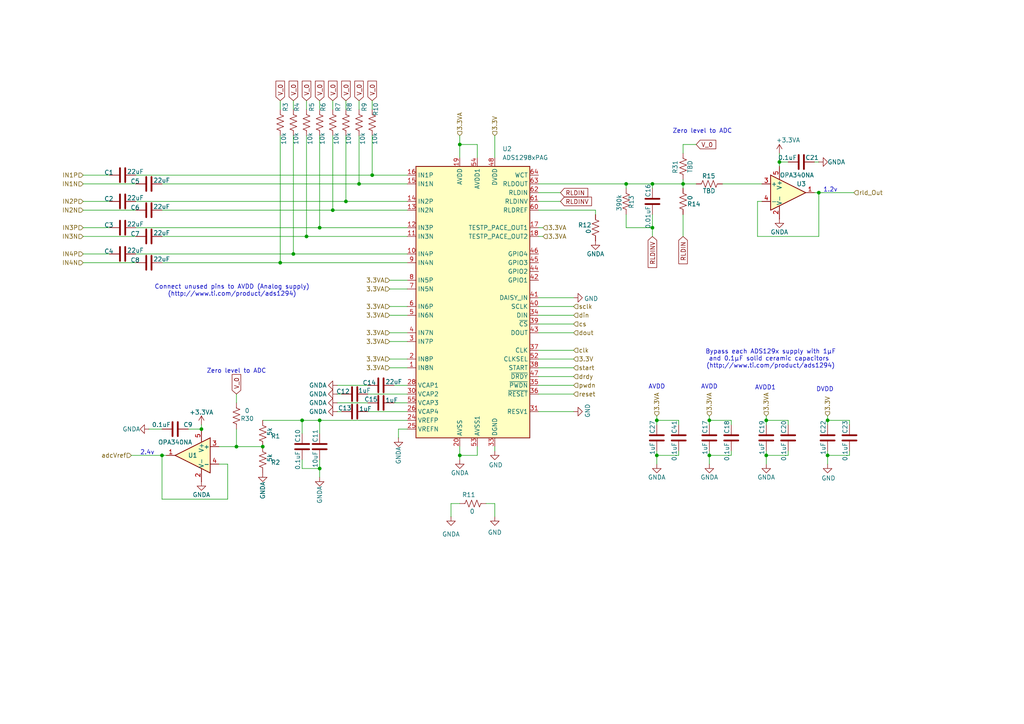
<source format=kicad_sch>
(kicad_sch (version 20250114) (generator "eeschema") (generator_version "9.0")
  (paper "A4")
  (title_block (title "8 channel ADC") (date "2024-10-17"))
  (lib_symbols
    (symbol "Amplifier_Operational:OPA340NA" (pin_names (offset 0.127))
      (property "Reference" "U" (at -1.27 6.35 0))
      (property "Value" "OPA340NA" (at -1.27 3.81 0))
      (symbol "OPA340NA_0_1"
        (polyline (pts (xy -5.08 5.08) (xy 5.08 0) (xy -5.08 -5.08) (xy -5.08 5.08)) (stroke (width 0.254)) (fill (type background)))
        (pin power_in line (at -2.54 7.62 270) (length 3.81) (name "V+") (number "5"))
        (pin power_in line (at -2.54 -7.62 90) (length 3.81) (name "V-") (number "2"))
      )
      (symbol "OPA340NA_1_1"
        (pin input line (at -7.62 2.54 0) (length 2.54) (name "+") (number "3"))
        (pin input line (at -7.62 -2.54 0) (length 2.54) (name "-") (number "4"))
        (pin output line (at 7.62 0 180) (length 2.54) (name "~") (number "1"))
      )
    )
    (symbol "Analog_ADC:ADS1298xPAG"
      (property "Reference" "U" (at -16.51 44.45 0))
      (property "Value" "ADS1298xPAG" (at 6.35 44.45 0))
      (symbol "ADS1298xPAG_0_1"
        (rectangle (start -17.78 43.18) (end 15.24 -35.56) (stroke (width 0.254)) (fill (type background)))
      )
      (symbol "ADS1298xPAG_1_1"
        (pin input line (at -20.32 40.64 0) (length 2.54) (name "IN1P") (number "16"))
        (pin input line (at -20.32 38.1 0) (length 2.54) (name "IN1N") (number "15"))
        (pin input line (at -20.32 33.02 0) (length 2.54) (name "IN2P") (number "14"))
        (pin input line (at -20.32 30.48 0) (length 2.54) (name "IN2N") (number "13"))
        (pin input line (at -20.32 25.4 0) (length 2.54) (name "IN3P") (number "12"))
        (pin input line (at -20.32 22.86 0) (length 2.54) (name "IN3N") (number "11"))
        (pin input line (at -20.32 17.78 0) (length 2.54) (name "IN4P") (number "10"))
        (pin input line (at -20.32 15.24 0) (length 2.54) (name "IN4N") (number "9"))
        (pin input line (at -20.32 10.16 0) (length 2.54) (name "IN5P") (number "8"))
        (pin input line (at -20.32 7.62 0) (length 2.54) (name "IN5N") (number "7"))
        (pin input line (at -20.32 2.54 0) (length 2.54) (name "IN6P") (number "6"))
        (pin input line (at -20.32 0 0) (length 2.54) (name "IN6N") (number "5"))
        (pin input line (at -20.32 -5.08 0) (length 2.54) (name "IN7N") (number "4"))
        (pin input line (at -20.32 -7.62 0) (length 2.54) (name "IN7P") (number "3"))
        (pin input line (at -20.32 -12.7 0) (length 2.54) (name "IN8P") (number "2"))
        (pin input line (at -20.32 -15.24 0) (length 2.54) (name "IN8N") (number "1"))
        (pin passive line (at -20.32 -20.32 0) (length 2.54) (name "VCAP1") (number "28"))
        (pin passive line (at -20.32 -22.86 0) (length 2.54) (name "VCAP2") (number "30"))
        (pin passive line (at -20.32 -25.4 0) (length 2.54) (name "VCAP3") (number "55"))
        (pin passive line (at -20.32 -27.94 0) (length 2.54) (name "VCAP4") (number "26"))
        (pin passive line (at -20.32 -30.48 0) (length 2.54) (name "VREFP") (number "24"))
        (pin passive line (at -20.32 -33.02 0) (length 2.54) (name "VREFN") (number "25"))
        (pin power_in line (at -5.08 45.72 270) (length 2.54) (name "AVDD") (number "19"))
        (pin passive line (at -5.08 45.72 270) (length 2.54) (hide yes) (name "AVDD") (number "21"))
        (pin passive line (at -5.08 45.72 270) (length 2.54) (hide yes) (name "AVDD") (number "22"))
        (pin passive line (at -5.08 45.72 270) (length 2.54) (hide yes) (name "AVDD") (number "56"))
        (pin passive line (at -5.08 45.72 270) (length 2.54) (hide yes) (name "AVDD") (number "59"))
        (pin power_in line (at -5.08 -38.1 90) (length 2.54) (name "AVSS") (number "20"))
        (pin passive line (at -5.08 -38.1 90) (length 2.54) (hide yes) (name "AVSS") (number "23"))
        (pin passive line (at -5.08 -38.1 90) (length 2.54) (hide yes) (name "AVSS") (number "32"))
        (pin passive line (at -5.08 -38.1 90) (length 2.54) (hide yes) (name "AVSS") (number "57"))
        (pin passive line (at -5.08 -38.1 90) (length 2.54) (hide yes) (name "AVSS") (number "58"))
        (pin power_in line (at 0 45.72 270) (length 2.54) (name "AVDD1") (number "54"))
        (pin power_in line (at 0 -38.1 90) (length 2.54) (name "AVSS1") (number "53"))
        (pin power_in line (at 5.08 45.72 270) (length 2.54) (name "DVDD") (number "48"))
        (pin passive line (at 5.08 45.72 270) (length 2.54) (hide yes) (name "DVDD") (number "50"))
        (pin power_in line (at 5.08 -38.1 90) (length 2.54) (name "DGND") (number "33"))
        (pin passive line (at 5.08 -38.1 90) (length 2.54) (hide yes) (name "DGND") (number "49"))
        (pin passive line (at 5.08 -38.1 90) (length 2.54) (hide yes) (name "DGND") (number "51"))
        (pin no_connect line (at 15.24 -30.48 180) (length 2.54) (hide yes) (name "NC") (number "27"))
        (pin no_connect line (at 15.24 -33.02 180) (length 2.54) (hide yes) (name "NC") (number "29"))
        (pin output line (at 17.78 40.64 180) (length 2.54) (name "WCT") (number "64"))
        (pin output line (at 17.78 38.1 180) (length 2.54) (name "RLDOUT") (number "63"))
        (pin input line (at 17.78 35.56 180) (length 2.54) (name "RLDIN") (number "62"))
        (pin input line (at 17.78 33.02 180) (length 2.54) (name "RLDINV") (number "61"))
        (pin input line (at 17.78 30.48 180) (length 2.54) (name "RLDREF") (number "60"))
        (pin bidirectional line (at 17.78 25.4 180) (length 2.54) (name "TESTP_PACE_OUT1") (number "17"))
        (pin bidirectional line (at 17.78 22.86 180) (length 2.54) (name "TESTP_PACE_OUT2") (number "18"))
        (pin bidirectional line (at 17.78 17.78 180) (length 2.54) (name "GPIO4") (number "46"))
        (pin bidirectional line (at 17.78 15.24 180) (length 2.54) (name "GPIO3") (number "45"))
        (pin bidirectional line (at 17.78 12.7 180) (length 2.54) (name "GPIO2") (number "44"))
        (pin bidirectional line (at 17.78 10.16 180) (length 2.54) (name "GPIO1") (number "42"))
        (pin input line (at 17.78 5.08 180) (length 2.54) (name "DAISY_IN") (number "41"))
        (pin input line (at 17.78 2.54 180) (length 2.54) (name "SCLK") (number "40"))
        (pin input line (at 17.78 0 180) (length 2.54) (name "DIN") (number "34"))
        (pin input line (at 17.78 -2.54 180) (length 2.54) (name "~{CS}") (number "39"))
        (pin output line (at 17.78 -5.08 180) (length 2.54) (name "DOUT") (number "43"))
        (pin bidirectional line (at 17.78 -10.16 180) (length 2.54) (name "CLK") (number "37"))
        (pin input line (at 17.78 -12.7 180) (length 2.54) (name "CLKSEL") (number "52"))
        (pin input line (at 17.78 -15.24 180) (length 2.54) (name "START") (number "38"))
        (pin output line (at 17.78 -17.78 180) (length 2.54) (name "~{DRDY}") (number "47"))
        (pin input line (at 17.78 -20.32 180) (length 2.54) (name "~{PWDN}") (number "35"))
        (pin input line (at 17.78 -22.86 180) (length 2.54) (name "~{RESET}") (number "36"))
        (pin input line (at 17.78 -27.94 180) (length 2.54) (name "RESV1") (number "31"))
      )
    )
    (symbol "Device:C" (pin_numbers (hide yes)) (pin_names (offset 0.254))
      (property "Reference" "C" (at 0.635 2.54 0))
      (property "Value" "C" (at 0.635 -2.54 0))
      (symbol "C_0_1"
        (polyline (pts (xy -2.032 0.762) (xy 2.032 0.762)) (stroke (width 0.508)))
        (polyline (pts (xy -2.032 -0.762) (xy 2.032 -0.762)) (stroke (width 0.508)))
      )
      (symbol "C_1_1"
        (pin passive line (at 0 3.81 270) (length 2.794) (name "~") (number "1"))
        (pin passive line (at 0 -3.81 90) (length 2.794) (name "~") (number "2"))
      )
    )
    (symbol "Device:R_US" (pin_numbers (hide yes)) (pin_names (offset 0))
      (property "Reference" "R" (at 2.54 0 90))
      (property "Value" "R_US" (at -2.54 0 90))
      (symbol "R_US_0_1"
        (polyline (pts (xy 0 2.286) (xy 0 2.54)))
        (polyline (pts (xy 0 2.286) (xy 1.016 1.905) (xy 0 1.524) (xy -1.016 1.143) (xy 0 0.762)))
        (polyline (pts (xy 0 0.762) (xy 1.016 0.381) (xy 0 0) (xy -1.016 -0.381) (xy 0 -0.762)))
        (polyline (pts (xy 0 -0.762) (xy 1.016 -1.143) (xy 0 -1.524) (xy -1.016 -1.905) (xy 0 -2.286)))
        (polyline (pts (xy 0 -2.286) (xy 0 -2.54)))
      )
      (symbol "R_US_1_1"
        (pin passive line (at 0 3.81 270) (length 1.27) (name "~") (number "1"))
        (pin passive line (at 0 -3.81 90) (length 1.27) (name "~") (number "2"))
      )
    )
    (symbol "power:+3.3VA" (power) (pin_names (offset 0))
      (property "Value" "+3.3VA" (at 0 3.556 0))
      (symbol "+3.3VA_0_1"
        (polyline (pts (xy -0.762 1.27) (xy 0 2.54)))
        (polyline (pts (xy 0 2.54) (xy 0.762 1.27)))
        (polyline (pts (xy 0 0) (xy 0 2.54)))
      )
      (symbol "+3.3VA_1_1"
        (pin power_in line (at 0 0 90) (length 0) (hide yes) (name "+3.3VA") (number "1"))
      )
    )
    (symbol "power:GND" (power) (pin_names (offset 0))
      (property "Value" "GND" (at 0 -3.81 0))
      (symbol "GND_0_1"
        (polyline (pts (xy 0 0) (xy 0 -1.27) (xy 1.27 -1.27) (xy 0 -2.54) (xy -1.27 -1.27) (xy 0 -1.27)))
      )
      (symbol "GND_1_1"
        (pin power_in line (at 0 0 270) (length 0) (hide yes) (name "GND") (number "1"))
      )
    )
    (symbol "power:GNDA" (power) (pin_numbers (hide yes)) (pin_names (offset 0) (hide yes))
      (property "Value" "GNDA" (at 0 -3.81 0))
      (symbol "GNDA_0_1"
        (polyline (pts (xy 0 0) (xy 0 -1.27) (xy 1.27 -1.27) (xy 0 -2.54) (xy -1.27 -1.27) (xy 0 -1.27)))
      )
      (symbol "GNDA_1_1"
        (pin power_in line (at 0 0 270) (length 0) (name "~") (number "1"))
      )
    )
  )
  (text "Zero level to ADC\n" (at 203.708 38.1 0) (effects (font (size 1.27 1.27))))
  (text "DVDD" (at 239.268 113.03 0) (effects (font (size 1.27 1.27))))
  (text "Connect unused pins to AVDD (Analog supply)\n(http://www.ti.com/product/ads1294)" (at 67.31 84.328 0) (effects (font (size 1.27 1.27))))
  (text "AVDD" (at 190.5 112.268 0) (effects (font (size 1.27 1.27))))
  (text "2.4v" (at 40.64 132.08 0) (effects (font (size 1.27 1.27)) (justify left bottom)))
  (text "AVDD" (at 205.74 112.268 0) (effects (font (size 1.27 1.27))))
  (text "Zero level to ADC\n" (at 68.58 107.696 0) (effects (font (size 1.27 1.27))))
  (text "AVDD1\n" (at 221.996 112.522 0) (effects (font (size 1.27 1.27))))
  (text "Bypass each ADS129x supply with 1μF\nand 0.1μF solid ceramic capacitors \n(http://www.ti.com/product/ads1294)\n" (at 223.52 104.14 0) (effects (font (size 1.27 1.27))))
  (text "1.2v" (at 238.76 55.88 0) (effects (font (size 1.27 1.27)) (justify left bottom)))
  (junction (at 205.74 132.08))
  (junction (at 68.58 129.54))
  (junction (at 88.9 68.58))
  (junction (at 205.74 121.92))
  (junction (at 189.23 53.34))
  (junction (at 189.23 66.04))
  (junction (at 237.49 55.88))
  (junction (at 107.95 50.8))
  (junction (at 133.35 41.91))
  (junction (at 87.63 121.92))
  (junction (at 81.28 76.2))
  (junction (at 46.99 132.08))
  (junction (at 58.42 124.46))
  (junction (at 96.52 60.96))
  (junction (at 104.14 53.34))
  (junction (at 181.61 53.34))
  (junction (at 222.25 121.92))
  (junction (at 240.03 121.92))
  (junction (at 133.35 132.08))
  (junction (at 85.09 73.66))
  (junction (at 92.71 66.04))
  (junction (at 76.2 129.54))
  (junction (at 226.06 46.99))
  (junction (at 92.71 121.92))
  (junction (at 100.33 58.42))
  (junction (at 190.5 132.08))
  (junction (at 190.5 121.92))
  (junction (at 92.71 135.89))
  (junction (at 198.12 53.34))
  (junction (at 240.03 132.08))
  (junction (at 222.25 132.08))
  (wire (pts (xy 237.49 55.88) (xy 247.65 55.88)))
  (wire (pts (xy 68.58 124.46) (xy 68.58 129.54)))
  (wire (pts (xy 156.21 96.52) (xy 166.37 96.52)))
  (wire (pts (xy 198.12 53.34) (xy 198.12 54.61)))
  (wire (pts (xy 143.51 146.05) (xy 143.51 149.86)))
  (wire (pts (xy 87.63 135.89) (xy 92.71 135.89)))
  (wire (pts (xy 133.35 39.37) (xy 133.35 41.91)))
  (wire (pts (xy 222.25 130.81) (xy 222.25 132.08)))
  (wire (pts (xy 54.61 124.46) (xy 58.42 124.46)))
  (wire (pts (xy 156.21 60.96) (xy 172.72 60.96)))
  (wire (pts (xy 113.03 83.82) (xy 118.11 83.82)))
  (wire (pts (xy 133.35 41.91) (xy 133.35 45.72)))
  (wire (pts (xy 226.06 46.99) (xy 228.6 46.99)))
  (wire (pts (xy 181.61 66.04) (xy 181.61 62.23)))
  (wire (pts (xy 113.03 96.52) (xy 118.11 96.52)))
  (wire (pts (xy 92.71 66.04) (xy 118.11 66.04)))
  (wire (pts (xy 246.38 132.08) (xy 240.03 132.08)))
  (wire (pts (xy 156.21 88.9) (xy 166.37 88.9)))
  (wire (pts (xy 114.3 111.76) (xy 118.11 111.76)))
  (wire (pts (xy 212.09 132.08) (xy 205.74 132.08)))
  (wire (pts (xy 189.23 66.04) (xy 189.23 68.58)))
  (wire (pts (xy 85.09 39.37) (xy 85.09 73.66)))
  (wire (pts (xy 104.14 39.37) (xy 104.14 53.34)))
  (wire (pts (xy 63.5 134.62) (xy 66.04 134.62)))
  (wire (pts (xy 228.6 132.08) (xy 222.25 132.08)))
  (wire (pts (xy 236.22 55.88) (xy 237.49 55.88)))
  (wire (pts (xy 220.98 58.42) (xy 219.71 58.42)))
  (wire (pts (xy 189.23 53.34) (xy 198.12 53.34)))
  (wire (pts (xy 190.5 132.08) (xy 190.5 134.62)))
  (wire (pts (xy 228.6 121.92) (xy 222.25 121.92)))
  (wire (pts (xy 190.5 130.81) (xy 190.5 132.08)))
  (wire (pts (xy 189.23 62.23) (xy 189.23 66.04)))
  (wire (pts (xy 38.1 132.08) (xy 46.99 132.08)))
  (wire (pts (xy 92.71 135.89) (xy 92.71 133.35)))
  (wire (pts (xy 196.85 123.19) (xy 196.85 121.92)))
  (wire (pts (xy 156.21 66.04) (xy 157.48 66.04)))
  (wire (pts (xy 39.37 58.42) (xy 100.33 58.42)))
  (wire (pts (xy 100.33 39.37) (xy 100.33 58.42)))
  (wire (pts (xy 222.25 121.92) (xy 222.25 123.19)))
  (wire (pts (xy 104.14 53.34) (xy 118.11 53.34)))
  (wire (pts (xy 113.03 106.68) (xy 118.11 106.68)))
  (wire (pts (xy 205.74 132.08) (xy 205.74 134.62)))
  (wire (pts (xy 100.33 29.21) (xy 100.33 31.75)))
  (wire (pts (xy 85.09 29.21) (xy 85.09 31.75)))
  (wire (pts (xy 212.09 123.19) (xy 212.09 121.92)))
  (wire (pts (xy 43.18 124.46) (xy 46.99 124.46)))
  (wire (pts (xy 39.37 50.8) (xy 107.95 50.8)))
  (wire (pts (xy 107.95 29.21) (xy 107.95 31.75)))
  (wire (pts (xy 228.6 123.19) (xy 228.6 121.92)))
  (wire (pts (xy 46.99 132.08) (xy 48.26 132.08)))
  (wire (pts (xy 196.85 121.92) (xy 190.5 121.92)))
  (wire (pts (xy 212.09 121.92) (xy 205.74 121.92)))
  (wire (pts (xy 172.72 60.96) (xy 172.72 62.23)))
  (wire (pts (xy 205.74 120.65) (xy 205.74 121.92)))
  (wire (pts (xy 92.71 121.92) (xy 92.71 125.73)))
  (wire (pts (xy 46.99 76.2) (xy 81.28 76.2)))
  (wire (pts (xy 100.33 58.42) (xy 118.11 58.42)))
  (wire (pts (xy 222.25 120.65) (xy 222.25 121.92)))
  (wire (pts (xy 143.51 39.37) (xy 143.51 45.72)))
  (wire (pts (xy 24.13 68.58) (xy 39.37 68.58)))
  (wire (pts (xy 88.9 68.58) (xy 118.11 68.58)))
  (wire (pts (xy 133.35 146.05) (xy 130.81 146.05)))
  (wire (pts (xy 240.03 130.81) (xy 240.03 132.08)))
  (wire (pts (xy 63.5 129.54) (xy 68.58 129.54)))
  (wire (pts (xy 88.9 39.37) (xy 88.9 68.58)))
  (wire (pts (xy 181.61 53.34) (xy 189.23 53.34)))
  (wire (pts (xy 118.11 124.46) (xy 115.57 124.46)))
  (wire (pts (xy 198.12 52.07) (xy 198.12 53.34)))
  (wire (pts (xy 138.43 41.91) (xy 133.35 41.91)))
  (wire (pts (xy 138.43 129.54) (xy 138.43 132.08)))
  (wire (pts (xy 156.21 91.44) (xy 166.37 91.44)))
  (wire (pts (xy 198.12 62.23) (xy 198.12 68.58)))
  (wire (pts (xy 190.5 121.92) (xy 190.5 123.19)))
  (wire (pts (xy 226.06 46.99) (xy 226.06 48.26)))
  (wire (pts (xy 58.42 123.19) (xy 58.42 124.46)))
  (wire (pts (xy 156.21 53.34) (xy 181.61 53.34)))
  (wire (pts (xy 212.09 130.81) (xy 212.09 132.08)))
  (wire (pts (xy 113.03 104.14) (xy 118.11 104.14)))
  (wire (pts (xy 156.21 55.88) (xy 162.56 55.88)))
  (wire (pts (xy 92.71 39.37) (xy 92.71 66.04)))
  (wire (pts (xy 97.79 116.84) (xy 106.68 116.84)))
  (wire (pts (xy 196.85 132.08) (xy 190.5 132.08)))
  (wire (pts (xy 246.38 123.19) (xy 246.38 121.92)))
  (wire (pts (xy 156.21 58.42) (xy 162.56 58.42)))
  (wire (pts (xy 87.63 121.92) (xy 87.63 125.73)))
  (wire (pts (xy 96.52 60.96) (xy 118.11 60.96)))
  (wire (pts (xy 24.13 73.66) (xy 31.75 73.66)))
  (wire (pts (xy 226.06 44.45) (xy 226.06 46.99)))
  (wire (pts (xy 96.52 29.21) (xy 96.52 31.75)))
  (wire (pts (xy 138.43 132.08) (xy 133.35 132.08)))
  (wire (pts (xy 24.13 60.96) (xy 39.37 60.96)))
  (wire (pts (xy 115.57 124.46) (xy 115.57 127)))
  (wire (pts (xy 113.03 88.9) (xy 118.11 88.9)))
  (wire (pts (xy 97.79 119.38) (xy 99.06 119.38)))
  (wire (pts (xy 81.28 29.21) (xy 81.28 31.75)))
  (wire (pts (xy 24.13 76.2) (xy 39.37 76.2)))
  (wire (pts (xy 66.04 134.62) (xy 66.04 144.78)))
  (wire (pts (xy 236.22 46.99) (xy 237.49 46.99)))
  (wire (pts (xy 201.93 41.91) (xy 198.12 41.91)))
  (wire (pts (xy 24.13 66.04) (xy 31.75 66.04)))
  (wire (pts (xy 198.12 41.91) (xy 198.12 44.45)))
  (wire (pts (xy 181.61 53.34) (xy 181.61 54.61)))
  (wire (pts (xy 222.25 132.08) (xy 222.25 134.62)))
  (wire (pts (xy 205.74 130.81) (xy 205.74 132.08)))
  (wire (pts (xy 87.63 121.92) (xy 92.71 121.92)))
  (wire (pts (xy 140.97 146.05) (xy 143.51 146.05)))
  (wire (pts (xy 76.2 121.92) (xy 87.63 121.92)))
  (wire (pts (xy 46.99 68.58) (xy 88.9 68.58)))
  (wire (pts (xy 24.13 50.8) (xy 31.75 50.8)))
  (wire (pts (xy 219.71 68.58) (xy 237.49 68.58)))
  (wire (pts (xy 92.71 138.43) (xy 92.71 135.89)))
  (wire (pts (xy 46.99 60.96) (xy 96.52 60.96)))
  (wire (pts (xy 156.21 93.98) (xy 166.37 93.98)))
  (wire (pts (xy 189.23 53.34) (xy 189.23 54.61)))
  (wire (pts (xy 85.09 73.66) (xy 118.11 73.66)))
  (wire (pts (xy 156.21 114.3) (xy 166.37 114.3)))
  (wire (pts (xy 106.68 119.38) (xy 118.11 119.38)))
  (wire (pts (xy 133.35 129.54) (xy 133.35 132.08)))
  (wire (pts (xy 81.28 39.37) (xy 81.28 76.2)))
  (wire (pts (xy 130.81 146.05) (xy 130.81 149.86)))
  (wire (pts (xy 143.51 129.54) (xy 143.51 130.81)))
  (wire (pts (xy 198.12 53.34) (xy 201.93 53.34)))
  (wire (pts (xy 209.55 53.34) (xy 220.98 53.34)))
  (wire (pts (xy 246.38 121.92) (xy 240.03 121.92)))
  (wire (pts (xy 66.04 144.78) (xy 46.99 144.78)))
  (wire (pts (xy 113.03 81.28) (xy 118.11 81.28)))
  (wire (pts (xy 113.03 91.44) (xy 118.11 91.44)))
  (wire (pts (xy 240.03 120.65) (xy 240.03 121.92)))
  (wire (pts (xy 46.99 144.78) (xy 46.99 132.08)))
  (wire (pts (xy 237.49 68.58) (xy 237.49 55.88)))
  (wire (pts (xy 190.5 120.65) (xy 190.5 121.92)))
  (wire (pts (xy 68.58 129.54) (xy 76.2 129.54)))
  (wire (pts (xy 113.03 99.06) (xy 118.11 99.06)))
  (wire (pts (xy 240.03 132.08) (xy 240.03 134.62)))
  (wire (pts (xy 156.21 101.6) (xy 166.37 101.6)))
  (wire (pts (xy 156.21 68.58) (xy 157.48 68.58)))
  (wire (pts (xy 24.13 53.34) (xy 39.37 53.34)))
  (wire (pts (xy 156.21 106.68) (xy 166.37 106.68)))
  (wire (pts (xy 133.35 132.08) (xy 133.35 133.35)))
  (wire (pts (xy 107.95 50.8) (xy 118.11 50.8)))
  (wire (pts (xy 156.21 104.14) (xy 166.37 104.14)))
  (wire (pts (xy 87.63 135.89) (xy 87.63 133.35)))
  (wire (pts (xy 107.95 39.37) (xy 107.95 50.8)))
  (wire (pts (xy 138.43 45.72) (xy 138.43 41.91)))
  (wire (pts (xy 246.38 130.81) (xy 246.38 132.08)))
  (wire (pts (xy 205.74 121.92) (xy 205.74 123.19)))
  (wire (pts (xy 156.21 111.76) (xy 166.37 111.76)))
  (wire (pts (xy 97.79 114.3) (xy 99.06 114.3)))
  (wire (pts (xy 114.3 116.84) (xy 118.11 116.84)))
  (wire (pts (xy 104.14 29.21) (xy 104.14 31.75)))
  (wire (pts (xy 106.68 114.3) (xy 118.11 114.3)))
  (wire (pts (xy 189.23 66.04) (xy 181.61 66.04)))
  (wire (pts (xy 39.37 73.66) (xy 85.09 73.66)))
  (wire (pts (xy 228.6 130.81) (xy 228.6 132.08)))
  (wire (pts (xy 96.52 39.37) (xy 96.52 60.96)))
  (wire (pts (xy 196.85 130.81) (xy 196.85 132.08)))
  (wire (pts (xy 219.71 58.42) (xy 219.71 68.58)))
  (wire (pts (xy 39.37 66.04) (xy 92.71 66.04)))
  (wire (pts (xy 240.03 121.92) (xy 240.03 123.19)))
  (wire (pts (xy 24.13 58.42) (xy 31.75 58.42)))
  (wire (pts (xy 68.58 116.84) (xy 68.58 114.3)))
  (wire (pts (xy 92.71 121.92) (xy 118.11 121.92)))
  (wire (pts (xy 46.99 53.34) (xy 104.14 53.34)))
  (wire (pts (xy 92.71 29.21) (xy 92.71 31.75)))
  (wire (pts (xy 88.9 29.21) (xy 88.9 31.75)))
  (wire (pts (xy 156.21 109.22) (xy 166.37 109.22)))
  (wire (pts (xy 81.28 76.2) (xy 118.11 76.2)))
  (wire (pts (xy 156.21 119.38) (xy 166.37 119.38)))
  (wire (pts (xy 156.21 86.36) (xy 166.37 86.36)))
  (wire (pts (xy 97.79 111.76) (xy 106.68 111.76)))
  (global_label "V_0" (shape input) (at 88.9 29.21 90) (property "Intersheetrefs" "${INTERSHEET_REFS}" (effects (hide yes))))
  (global_label "V_0" (shape input) (at 107.95 29.21 90) (property "Intersheetrefs" "${INTERSHEET_REFS}" (effects (hide yes))))
  (global_label "V_0" (shape input) (at 68.58 114.3 90) (property "Intersheetrefs" "${INTERSHEET_REFS}" (effects (hide yes))))
  (global_label "RLDINV" (shape input) (at 189.23 68.58 270) (property "Intersheetrefs" "${INTERSHEET_REFS}" (effects (hide yes))))
  (global_label "V_0" (shape input) (at 201.93 41.91 0) (property "Intersheetrefs" "${INTERSHEET_REFS}" (effects (hide yes))))
  (global_label "RLDINV" (shape input) (at 162.56 58.42 0) (property "Intersheetrefs" "${INTERSHEET_REFS}" (effects (hide yes))))
  (global_label "V_0" (shape input) (at 81.28 29.21 90) (property "Intersheetrefs" "${INTERSHEET_REFS}" (effects (hide yes))))
  (global_label "RLDIN" (shape input) (at 162.56 55.88 0) (property "Intersheetrefs" "${INTERSHEET_REFS}" (effects (hide yes))))
  (global_label "V_0" (shape input) (at 96.52 29.21 90) (property "Intersheetrefs" "${INTERSHEET_REFS}" (effects (hide yes))))
  (global_label "RLDIN" (shape input) (at 198.12 68.58 270) (property "Intersheetrefs" "${INTERSHEET_REFS}" (effects (hide yes))))
  (global_label "V_0" (shape input) (at 92.71 29.21 90) (property "Intersheetrefs" "${INTERSHEET_REFS}" (effects (hide yes))))
  (global_label "V_0" (shape input) (at 100.33 29.21 90) (property "Intersheetrefs" "${INTERSHEET_REFS}" (effects (hide yes))))
  (global_label "V_0" (shape input) (at 104.14 29.21 90) (property "Intersheetrefs" "${INTERSHEET_REFS}" (effects (hide yes))))
  (global_label "V_0" (shape input) (at 85.09 29.21 90) (property "Intersheetrefs" "${INTERSHEET_REFS}" (effects (hide yes))))
  (hierarchical_label "dout" (shape input) (at 166.37 96.52 0))
  (hierarchical_label "IN1P" (shape input) (at 24.13 50.8 180))
  (hierarchical_label "3.3VA" (shape input) (at 133.35 39.37 90))
  (hierarchical_label "3.3VA" (shape input) (at 113.03 83.82 180))
  (hierarchical_label "3.3VA" (shape input) (at 205.74 120.65 90))
  (hierarchical_label "adcVref" (shape input) (at 38.1 132.08 180))
  (hierarchical_label "IN4N" (shape input) (at 24.13 76.2 180))
  (hierarchical_label "rld_Out" (shape input) (at 247.65 55.88 0))
  (hierarchical_label "IN3N" (shape input) (at 24.13 68.58 180))
  (hierarchical_label "sclk" (shape input) (at 166.37 88.9 0))
  (hierarchical_label "3.3V" (shape input) (at 166.37 104.14 0))
  (hierarchical_label "3.3VA" (shape input) (at 157.48 68.58 0))
  (hierarchical_label "IN3P" (shape input) (at 24.13 66.04 180))
  (hierarchical_label "3.3V" (shape input) (at 240.03 120.65 90))
  (hierarchical_label "3.3VA" (shape input) (at 113.03 91.44 180))
  (hierarchical_label "clk" (shape input) (at 166.37 101.6 0))
  (hierarchical_label "reset" (shape input) (at 166.37 114.3 0))
  (hierarchical_label "3.3V" (shape input) (at 143.51 39.37 90))
  (hierarchical_label "3.3VA" (shape input) (at 190.5 120.65 90))
  (hierarchical_label "3.3VA" (shape input) (at 113.03 106.68 180))
  (hierarchical_label "start" (shape input) (at 166.37 106.68 0))
  (hierarchical_label "pwdn" (shape input) (at 166.37 111.76 0))
  (hierarchical_label "3.3VA" (shape input) (at 113.03 96.52 180))
  (hierarchical_label "3.3VA" (shape input) (at 222.25 120.65 90))
  (hierarchical_label "drdy" (shape input) (at 166.37 109.22 0))
  (hierarchical_label "din" (shape input) (at 166.37 91.44 0))
  (hierarchical_label "IN2N" (shape input) (at 24.13 60.96 180))
  (hierarchical_label "3.3VA" (shape input) (at 157.48 66.04 0))
  (hierarchical_label "IN4P" (shape input) (at 24.13 73.66 180))
  (hierarchical_label "3.3VA" (shape input) (at 113.03 104.14 180))
  (hierarchical_label "3.3VA" (shape input) (at 113.03 88.9 180))
  (hierarchical_label "cs" (shape input) (at 166.37 93.98 0))
  (hierarchical_label "3.3VA" (shape input) (at 113.03 99.06 180))
  (hierarchical_label "IN1N" (shape input) (at 24.13 53.34 180))
  (hierarchical_label "3.3VA" (shape input) (at 113.03 81.28 180))
  (hierarchical_label "IN2P" (shape input) (at 24.13 58.42 180))
  (symbol (lib_id "Device:C") (at 102.87 119.38 270) (unit 1)
    (property "Reference" "C13" (at 98.044 118.364 90) (effects (justify left)))
    (property "Value" "1uF" (at 104.14 118.618 90) (effects (justify left)))
    (property "Footprint" "Capacitor_SMD:C_0805_2012Metric_Pad1.18x1.45mm_HandSolder" (effects (hide yes)))
  )
  (symbol (lib_id "Device:R_US") (at 198.12 48.26 0) (unit 1)
    (property "Reference" "R31" (at 195.834 46.482 90) (effects (justify right)))
    (property "Value" "TBD" (at 200.152 46.482 90) (effects (justify right)))
    (property "Footprint" "Resistor_SMD:R_0805_2012Metric_Pad1.20x1.40mm_HandSolder" (effects (hide yes)))
  )
  (symbol (lib_id "power:GNDA") (at 172.72 69.85 0) (unit 1)
    (property "Reference" "#PWR041" (effects (hide yes)))
    (property "Value" "GNDA" (at 172.72 73.66 0))
    (property "Description" "Power symbol creates a global label with name \"GNDA\" , analog ground" (effects (hide yes)))
  )
  (symbol (lib_id "Device:C") (at 189.23 58.42 180) (unit 1)
    (property "Reference" "C16" (at 187.96 53.34 90) (effects (justify left)))
    (property "Value" "0.01uF" (at 187.96 59.69 90) (effects (justify left)))
    (property "Footprint" "Capacitor_SMD:C_0805_2012Metric_Pad1.18x1.45mm_HandSolder" (effects (hide yes)))
  )
  (symbol (lib_id "Device:C") (at 240.03 127 180) (unit 1)
    (property "Reference" "C22" (at 238.76 121.92 90) (effects (justify left)))
    (property "Value" "1uF" (at 238.76 128.27 90) (effects (justify left)))
    (property "Footprint" "Capacitor_SMD:C_0805_2012Metric_Pad1.18x1.45mm_HandSolder" (effects (hide yes)))
  )
  (symbol (lib_id "power:GNDA") (at 222.25 134.62 0) (unit 1)
    (property "Reference" "#PWR043" (effects (hide yes)))
    (property "Value" "GNDA" (at 222.25 138.43 0))
    (property "Description" "Power symbol creates a global label with name \"GNDA\" , analog ground" (effects (hide yes)))
  )
  (symbol (lib_id "Device:C") (at 92.71 129.54 180) (unit 1)
    (property "Reference" "C11" (at 91.44 124.46 90) (effects (justify left)))
    (property "Value" "10uF" (at 91.44 130.81 90) (effects (justify left)))
    (property "Footprint" "Capacitor_SMD:C_0805_2012Metric_Pad1.18x1.45mm_HandSolder" (effects (hide yes)))
  )
  (symbol (lib_id "Device:R_US") (at 76.2 133.35 0) (unit 1)
    (property "Reference" "R2" (at 81.28 134.112 0) (effects (justify right)))
    (property "Value" "5k" (at 78.232 131.572 90) (effects (justify right)))
    (property "Footprint" "Resistor_SMD:R_0805_2012Metric_Pad1.20x1.40mm_HandSolder" (effects (hide yes)))
  )
  (symbol (lib_id "Device:C") (at 205.74 127 180) (unit 1)
    (property "Reference" "C17" (at 204.47 121.92 90) (effects (justify left)))
    (property "Value" "1uF" (at 204.47 128.27 90) (effects (justify left)))
    (property "Footprint" "Capacitor_SMD:C_0805_2012Metric_Pad1.18x1.45mm_HandSolder" (effects (hide yes)))
  )
  (symbol (lib_id "power:GND") (at 166.37 86.36 90) (unit 1)
    (property "Reference" "#PWR039" (effects (hide yes)))
    (property "Value" "GND" (at 171.45 86.614 90))
  )
  (symbol (lib_id "power:GNDA") (at 226.06 63.5 0) (unit 1)
    (property "Reference" "#PWR045" (effects (hide yes)))
    (property "Value" "GNDA" (at 226.06 67.31 0))
  )
  (symbol (lib_id "Device:R_US") (at 81.28 35.56 0) (unit 1)
    (property "Reference" "R3" (at 82.804 29.718 90) (effects (justify right)))
    (property "Value" "10k" (at 82.296 38.354 90) (effects (justify right)))
    (property "Footprint" "Resistor_SMD:R_0805_2012Metric_Pad1.20x1.40mm_HandSolder" (effects (hide yes)))
  )
  (symbol (lib_id "Device:C") (at 110.49 111.76 270) (unit 1)
    (property "Reference" "C14" (at 105.156 110.998 90) (effects (justify left)))
    (property "Value" "22uF" (at 111.76 110.744 90) (effects (justify left)))
    (property "Footprint" "Capacitor_SMD:C_0805_2012Metric_Pad1.18x1.45mm_HandSolder" (effects (hide yes)))
  )
  (symbol (lib_id "power:+3.3VA") (at 226.06 44.45 0) (unit 1)
    (property "Reference" "#PWR044" (effects (hide yes)))
    (property "Value" "+3.3VA" (at 228.6 40.64 0))
  )
  (symbol (lib_id "Device:C") (at 228.6 127 180) (unit 1)
    (property "Reference" "C20" (at 227.33 121.92 90) (effects (justify left)))
    (property "Value" "0.1uF" (at 227.33 128.27 90) (effects (justify left)))
    (property "Footprint" "Capacitor_SMD:C_0805_2012Metric_Pad1.18x1.45mm_HandSolder" (effects (hide yes)))
  )
  (symbol (lib_id "Device:C") (at 35.56 58.42 270) (unit 1)
    (property "Reference" "C2" (at 30.226 57.658 90) (effects (justify left)))
    (property "Value" "22uF" (at 36.83 57.404 90) (effects (justify left)))
    (property "Footprint" "Capacitor_SMD:C_0805_2012Metric_Pad1.18x1.45mm_HandSolder" (effects (hide yes)))
  )
  (symbol (lib_id "power:GNDA") (at 237.49 46.99 90) (unit 1)
    (property "Reference" "#PWR046" (effects (hide yes)))
    (property "Value" "GNDA" (at 242.57 46.99 90))
  )
  (symbol (lib_id "Device:C") (at 43.18 53.34 270) (unit 1)
    (property "Reference" "C5" (at 37.846 52.578 90) (effects (justify left)))
    (property "Value" "22uF" (at 44.45 52.324 90) (effects (justify left)))
    (property "Footprint" "Capacitor_SMD:C_0805_2012Metric_Pad1.18x1.45mm_HandSolder" (effects (hide yes)))
  )
  (symbol (lib_id "Device:C") (at 35.56 66.04 270) (unit 1)
    (property "Reference" "C3" (at 30.226 65.278 90) (effects (justify left)))
    (property "Value" "22uF" (at 36.83 65.024 90) (effects (justify left)))
    (property "Footprint" "Capacitor_SMD:C_0805_2012Metric_Pad1.18x1.45mm_HandSolder" (effects (hide yes)))
  )
  (symbol (lib_id "Device:C") (at 35.56 73.66 270) (unit 1)
    (property "Reference" "C4" (at 30.226 72.898 90) (effects (justify left)))
    (property "Value" "22uF" (at 36.83 72.644 90) (effects (justify left)))
    (property "Footprint" "Capacitor_SMD:C_0805_2012Metric_Pad1.18x1.45mm_HandSolder" (effects (hide yes)))
  )
  (symbol (lib_id "Analog_ADC:ADS1298xPAG") (at 138.43 91.44 0) (unit 1)
    (property "Reference" "U2" (at 145.7041 43.18 0) (effects (justify left)))
    (property "Value" "ADS1298xPAG" (at 145.7041 45.72 0) (effects (justify left)))
    (property "Footprint" "Package_QFP:TQFP-64_10x10mm_P0.5mm" (effects (hide yes)))
    (property "Datasheet" "http://www.ti.com/lit/ds/symlink/ads1298.pdf" (effects (hide yes)))
    (property "Description" "ADS1298 Low-Power, 8-Channel, 24-Bit Analog Front-End for Biopotential Measurements, TQFP-64" (effects (hide yes)))
  )
  (symbol (lib_id "power:+3.3VA") (at 58.42 123.19 0) (unit 1)
    (property "Reference" "#PWR026" (effects (hide yes)))
    (property "Value" "+3.3VA" (at 58.42 119.5855 0))
  )
  (symbol (lib_id "power:GNDA") (at 92.71 138.43 0) (unit 1)
    (property "Reference" "#PWR029" (effects (hide yes)))
    (property "Value" "GNDA" (at 92.71 143.51 90))
  )
  (symbol (lib_id "power:GNDA") (at 97.79 111.76 270) (unit 1)
    (property "Reference" "#PWR030" (effects (hide yes)))
    (property "Value" "GNDA" (at 92.202 111.76 90))
    (property "Description" "Power symbol creates a global label with name \"GNDA\" , analog ground" (effects (hide yes)))
  )
  (symbol (lib_id "power:GND") (at 143.51 149.86 0) (unit 1)
    (property "Reference" "#PWR038" (effects (hide yes)))
    (property "Value" "GND" (at 143.51 154.4225 0))
  )
  (symbol (lib_id "Amplifier_Operational:OPA340NA") (at 55.88 132.08 0) (mirror y) (unit 1)
    (property "Reference" "U1" (at 55.88 132.08 0))
    (property "Value" "OPA340NA" (at 50.8 128.27 0))
    (property "Footprint" "Package_TO_SOT_SMD:SOT-23-5" (effects (hide yes)))
    (property "Datasheet" "http://www.ti.com/lit/ds/symlink/opa340.pdf" (effects (hide yes)))
    (property "Sim.Device" "SPICE" (effects (hide yes)))
    (property "Sim.Params" "type=\"X\" model=\"OPA340\" lib=\"libs\\OPA340.LIB\"" (effects (hide yes)))
    (property "Sim.Pins" "3=1 4=2 5=3 2=4 1=5" (effects (hide yes)))
  )
  (symbol (lib_id "Device:C") (at 87.63 129.54 180) (unit 1)
    (property "Reference" "C10" (at 86.36 124.46 90) (effects (justify left)))
    (property "Value" "0.1uF" (at 86.36 130.81 90) (effects (justify left)))
    (property "Footprint" "Capacitor_SMD:C_0805_2012Metric_Pad1.18x1.45mm_HandSolder" (effects (hide yes)))
  )
  (symbol (lib_id "power:GNDA") (at 76.2 137.16 0) (unit 1)
    (property "Reference" "#PWR028" (effects (hide yes)))
    (property "Value" "GNDA" (at 76.2 142.24 90))
  )
  (symbol (lib_id "Amplifier_Operational:OPA340NA") (at 228.6 55.88 0) (unit 1)
    (property "Reference" "U3" (at 232.41 53.34 0))
    (property "Value" "OPA340NA" (at 231.14 50.8 0))
    (property "Footprint" "Package_TO_SOT_SMD:SOT-23-5" (effects (hide yes)))
    (property "Datasheet" "http://www.ti.com/lit/ds/symlink/opa340.pdf" (effects (hide yes)))
    (property "Sim.Device" "SPICE" (effects (hide yes)))
    (property "Sim.Params" "type=\"X\" model=\"OPA340\" lib=\"libs\\OPA340.LIB\"" (effects (hide yes)))
    (property "Sim.Pins" "3=1 4=2 5=3 2=4 1=5" (effects (hide yes)))
  )
  (symbol (lib_id "power:GNDA") (at 97.79 116.84 270) (unit 1)
    (property "Reference" "#PWR032" (effects (hide yes)))
    (property "Value" "GNDA" (at 92.202 116.84 90))
    (property "Description" "Power symbol creates a global label with name \"GNDA\" , analog ground" (effects (hide yes)))
  )
  (symbol (lib_id "Device:R_US") (at 181.61 58.42 0) (unit 1)
    (property "Reference" "R13" (at 183.134 56.642 90) (effects (justify right)))
    (property "Value" "390k" (at 179.578 56.388 90) (effects (justify right)))
    (property "Footprint" "Resistor_SMD:R_0805_2012Metric_Pad1.20x1.40mm_HandSolder" (effects (hide yes)))
  )
  (symbol (lib_id "Device:R_US") (at 205.74 53.34 270) (unit 1)
    (property "Reference" "R15" (at 207.518 51.054 90) (effects (justify right)))
    (property "Value" "TBD" (at 207.518 55.372 90) (effects (justify right)))
    (property "Footprint" "Resistor_SMD:R_0805_2012Metric_Pad1.20x1.40mm_HandSolder" (effects (hide yes)))
  )
  (symbol (lib_id "Device:C") (at 43.18 60.96 270) (unit 1)
    (property "Reference" "C6" (at 37.846 60.198 90) (effects (justify left)))
    (property "Value" "22uF" (at 44.45 59.944 90) (effects (justify left)))
    (property "Footprint" "Capacitor_SMD:C_0805_2012Metric_Pad1.18x1.45mm_HandSolder" (effects (hide yes)))
  )
  (symbol (lib_id "Device:R_US") (at 85.09 35.56 0) (unit 1)
    (property "Reference" "R4" (at 86.106 29.718 90) (effects (justify right)))
    (property "Value" "10k" (at 85.852 38.354 90) (effects (justify right)))
    (property "Footprint" "Resistor_SMD:R_0805_2012Metric_Pad1.20x1.40mm_HandSolder" (effects (hide yes)))
  )
  (symbol (lib_id "Device:R_US") (at 88.9 35.56 0) (unit 1)
    (property "Reference" "R5" (at 90.424 29.718 90) (effects (justify right)))
    (property "Value" "10k" (at 89.916 38.354 90) (effects (justify right)))
    (property "Footprint" "Resistor_SMD:R_0805_2012Metric_Pad1.20x1.40mm_HandSolder" (effects (hide yes)))
  )
  (symbol (lib_id "power:GNDA") (at 43.18 124.46 270) (unit 1)
    (property "Reference" "#PWR025" (effects (hide yes)))
    (property "Value" "GNDA" (at 38.1 124.46 90))
  )
  (symbol (lib_id "power:GNDA") (at 115.57 127 0) (unit 1)
    (property "Reference" "#PWR034" (effects (hide yes)))
    (property "Value" "GNDA" (at 115.57 132.08 90))
  )
  (symbol (lib_id "Device:R_US") (at 68.58 120.65 0) (unit 1)
    (property "Reference" "R30" (at 73.66 121.412 0) (effects (justify right)))
    (property "Value" "0" (at 72.39 119.126 0) (effects (justify right)))
    (property "Footprint" "Resistor_SMD:R_0805_2012Metric_Pad1.20x1.40mm_HandSolder" (effects (hide yes)))
  )
  (symbol (lib_id "power:GNDA") (at 97.79 119.38 270) (unit 1)
    (property "Reference" "#PWR033" (effects (hide yes)))
    (property "Value" "GNDA" (at 92.202 119.38 90))
    (property "Description" "Power symbol creates a global label with name \"GNDA\" , analog ground" (effects (hide yes)))
  )
  (symbol (lib_id "Device:R_US") (at 96.52 35.56 0) (unit 1)
    (property "Reference" "R7" (at 98.044 29.718 90) (effects (justify right)))
    (property "Value" "10k" (at 97.536 38.354 90) (effects (justify right)))
    (property "Footprint" "Resistor_SMD:R_0805_2012Metric_Pad1.20x1.40mm_HandSolder" (effects (hide yes)))
  )
  (symbol (lib_id "Device:C") (at 43.18 68.58 270) (unit 1)
    (property "Reference" "C7" (at 37.846 67.818 90) (effects (justify left)))
    (property "Value" "22uF" (at 44.45 67.564 90) (effects (justify left)))
    (property "Footprint" "Capacitor_SMD:C_0805_2012Metric_Pad1.18x1.45mm_HandSolder" (effects (hide yes)))
  )
  (symbol (lib_id "power:GNDA") (at 97.79 114.3 270) (unit 1)
    (property "Reference" "#PWR031" (effects (hide yes)))
    (property "Value" "GNDA" (at 92.202 114.3 90))
    (property "Description" "Power symbol creates a global label with name \"GNDA\" , analog ground" (effects (hide yes)))
  )
  (symbol (lib_id "Device:C") (at 102.87 114.3 270) (unit 1)
    (property "Reference" "C12" (at 97.536 113.538 90) (effects (justify left)))
    (property "Value" "1uF" (at 103.886 113.284 90) (effects (justify left)))
    (property "Footprint" "Capacitor_SMD:C_0805_2012Metric_Pad1.18x1.45mm_HandSolder" (effects (hide yes)))
  )
  (symbol (lib_id "power:GNDA") (at 205.74 134.62 0) (unit 1)
    (property "Reference" "#PWR042" (effects (hide yes)))
    (property "Value" "GNDA" (at 205.74 138.43 0))
    (property "Description" "Power symbol creates a global label with name \"GNDA\" , analog ground" (effects (hide yes)))
  )
  (symbol (lib_id "power:GNDA") (at 58.42 139.7 0) (unit 1)
    (property "Reference" "#PWR027" (effects (hide yes)))
    (property "Value" "GNDA" (at 58.42 143.51 0))
  )
  (symbol (lib_id "Device:C") (at 110.49 116.84 270) (unit 1)
    (property "Reference" "C15" (at 105.664 115.824 90) (effects (justify left)))
    (property "Value" "1uF" (at 111.76 116.078 90) (effects (justify left)))
    (property "Footprint" "Capacitor_SMD:C_0805_2012Metric_Pad1.18x1.45mm_HandSolder" (effects (hide yes)))
  )
  (symbol (lib_id "Device:R_US") (at 104.14 35.56 0) (unit 1)
    (property "Reference" "R9" (at 105.664 29.718 90) (effects (justify right)))
    (property "Value" "10k" (at 105.156 38.354 90) (effects (justify right)))
    (property "Footprint" "Resistor_SMD:R_0805_2012Metric_Pad1.20x1.40mm_HandSolder" (effects (hide yes)))
  )
  (symbol (lib_id "Device:R_US") (at 107.95 35.56 0) (unit 1)
    (property "Reference" "R10" (at 108.966 29.718 90) (effects (justify right)))
    (property "Value" "10k" (at 108.712 38.354 90) (effects (justify right)))
    (property "Footprint" "Resistor_SMD:R_0805_2012Metric_Pad1.20x1.40mm_HandSolder" (effects (hide yes)))
  )
  (symbol (lib_id "power:GNDA") (at 133.35 133.35 0) (unit 1)
    (property "Reference" "#PWR036" (effects (hide yes)))
    (property "Value" "GNDA" (at 133.35 137.16 0))
    (property "Description" "Power symbol creates a global label with name \"GNDA\" , analog ground" (effects (hide yes)))
  )
  (symbol (lib_id "Device:C") (at 222.25 127 180) (unit 1)
    (property "Reference" "C19" (at 220.98 121.92 90) (effects (justify left)))
    (property "Value" "1uF" (at 220.98 128.27 90) (effects (justify left)))
    (property "Footprint" "Capacitor_SMD:C_0805_2012Metric_Pad1.18x1.45mm_HandSolder" (effects (hide yes)))
  )
  (symbol (lib_id "Device:C") (at 212.09 127 180) (unit 1)
    (property "Reference" "C18" (at 210.82 121.92 90) (effects (justify left)))
    (property "Value" "0.1uF" (at 210.82 128.27 90) (effects (justify left)))
    (property "Footprint" "Capacitor_SMD:C_0805_2012Metric_Pad1.18x1.45mm_HandSolder" (effects (hide yes)))
  )
  (symbol (lib_id "Device:R_US") (at 198.12 58.42 0) (unit 1)
    (property "Reference" "R14" (at 203.2 59.182 0) (effects (justify right)))
    (property "Value" "0" (at 200.152 56.642 90) (effects (justify right)))
    (property "Footprint" "Resistor_SMD:R_0805_2012Metric_Pad1.20x1.40mm_HandSolder" (effects (hide yes)))
  )
  (symbol (lib_id "Device:R_US") (at 137.16 146.05 270) (unit 1)
    (property "Reference" "R11" (at 137.922 143.51 90) (effects (justify right)))
    (property "Value" "0" (at 137.668 148.336 90) (effects (justify right)))
    (property "Footprint" "Resistor_SMD:R_0805_2012Metric_Pad1.20x1.40mm_HandSolder" (effects (hide yes)))
  )
  (symbol (lib_id "power:GND") (at 143.51 130.81 0) (unit 1)
    (property "Reference" "#PWR037" (effects (hide yes)))
    (property "Value" "GND" (at 143.764 134.874 0))
  )
  (symbol (lib_id "Device:C") (at 246.38 127 180) (unit 1)
    (property "Reference" "C23" (at 245.11 121.92 90) (effects (justify left)))
    (property "Value" "0.1uF" (at 245.11 128.27 90) (effects (justify left)))
    (property "Footprint" "Capacitor_SMD:C_0805_2012Metric_Pad1.18x1.45mm_HandSolder" (effects (hide yes)))
  )
  (symbol (lib_id "Device:C") (at 196.85 127 180) (unit 1)
    (property "Reference" "C41" (at 195.58 121.92 90) (effects (justify left)))
    (property "Value" "0.1uF" (at 195.58 128.27 90) (effects (justify left)))
    (property "Footprint" "Capacitor_SMD:C_0805_2012Metric_Pad1.18x1.45mm_HandSolder" (effects (hide yes)))
  )
  (symbol (lib_id "Device:C") (at 190.5 127 180) (unit 1)
    (property "Reference" "C27" (at 189.23 121.92 90) (effects (justify left)))
    (property "Value" "1uF" (at 189.23 128.27 90) (effects (justify left)))
    (property "Footprint" "Capacitor_SMD:C_0805_2012Metric_Pad1.18x1.45mm_HandSolder" (effects (hide yes)))
  )
  (symbol (lib_id "Device:C") (at 43.18 76.2 270) (unit 1)
    (property "Reference" "C8" (at 37.846 75.438 90) (effects (justify left)))
    (property "Value" "22uF" (at 44.45 75.184 90) (effects (justify left)))
    (property "Footprint" "Capacitor_SMD:C_0805_2012Metric_Pad1.18x1.45mm_HandSolder" (effects (hide yes)))
  )
  (symbol (lib_id "power:GNDA") (at 190.5 134.62 0) (unit 1)
    (property "Reference" "#PWR079" (effects (hide yes)))
    (property "Value" "GNDA" (at 190.5 138.43 0))
    (property "Description" "Power symbol creates a global label with name \"GNDA\" , analog ground" (effects (hide yes)))
  )
  (symbol (lib_id "Device:R_US") (at 92.71 35.56 0) (unit 1)
    (property "Reference" "R6" (at 93.726 29.718 90) (effects (justify right)))
    (property "Value" "10k" (at 93.472 38.354 90) (effects (justify right)))
    (property "Footprint" "Resistor_SMD:R_0805_2012Metric_Pad1.20x1.40mm_HandSolder" (effects (hide yes)))
  )
  (symbol (lib_id "Device:C") (at 35.56 50.8 270) (unit 1)
    (property "Reference" "C1" (at 30.226 50.038 90) (effects (justify left)))
    (property "Value" "22uF" (at 36.83 49.784 90) (effects (justify left)))
    (property "Footprint" "Capacitor_SMD:C_0805_2012Metric_Pad1.18x1.45mm_HandSolder" (effects (hide yes)))
  )
  (symbol (lib_id "Device:R_US") (at 100.33 35.56 0) (unit 1)
    (property "Reference" "R8" (at 101.346 29.718 90) (effects (justify right)))
    (property "Value" "10k" (at 101.092 38.354 90) (effects (justify right)))
    (property "Footprint" "Resistor_SMD:R_0805_2012Metric_Pad1.20x1.40mm_HandSolder" (effects (hide yes)))
  )
  (symbol (lib_id "Device:C") (at 232.41 46.99 90) (unit 1)
    (property "Reference" "C21" (at 237.49 45.72 90) (effects (justify left)))
    (property "Value" "0.1uF" (at 231.14 45.72 90) (effects (justify left)))
    (property "Footprint" "Capacitor_SMD:C_0805_2012Metric_Pad1.18x1.45mm_HandSolder" (effects (hide yes)))
  )
  (symbol (lib_id "Device:R_US") (at 172.72 66.04 180) (unit 1)
    (property "Reference" "R12" (at 167.64 65.278 0) (effects (justify right)))
    (property "Value" "0" (at 170.688 67.818 90) (effects (justify right)))
    (property "Footprint" "Resistor_SMD:R_0805_2012Metric_Pad1.20x1.40mm_HandSolder" (effects (hide yes)))
  )
  (symbol (lib_id "power:GND") (at 166.37 119.38 90) (unit 1)
    (property "Reference" "#PWR040" (effects (hide yes)))
    (property "Value" "GND" (at 170.434 119.126 0))
  )
  (symbol (lib_id "power:GNDA") (at 130.81 149.86 0) (unit 1)
    (property "Reference" "#PWR035" (effects (hide yes)))
    (property "Value" "GNDA" (at 130.81 154.94 0))
    (property "Description" "Power symbol creates a global label with name \"GNDA\" , analog ground" (effects (hide yes)))
  )
  (symbol (lib_id "Device:C") (at 50.8 124.46 90) (unit 1)
    (property "Reference" "C9" (at 55.88 123.19 90) (effects (justify left)))
    (property "Value" "0.1uF" (at 49.53 123.19 90) (effects (justify left)))
    (property "Footprint" "Capacitor_SMD:C_0805_2012Metric_Pad1.18x1.45mm_HandSolder" (effects (hide yes)))
  )
  (symbol (lib_id "Device:R_US") (at 76.2 125.73 0) (unit 1)
    (property "Reference" "R1" (at 81.28 126.492 0) (effects (justify right)))
    (property "Value" "5k" (at 78.232 123.952 90) (effects (justify right)))
    (property "Footprint" "Resistor_SMD:R_0805_2012Metric_Pad1.20x1.40mm_HandSolder" (effects (hide yes)))
  )
  (symbol (lib_id "power:GND") (at 240.03 134.62 0) (unit 1)
    (property "Reference" "#PWR047" (effects (hide yes)))
    (property "Value" "GND" (at 240.284 138.684 0))
  )
)
</source>
